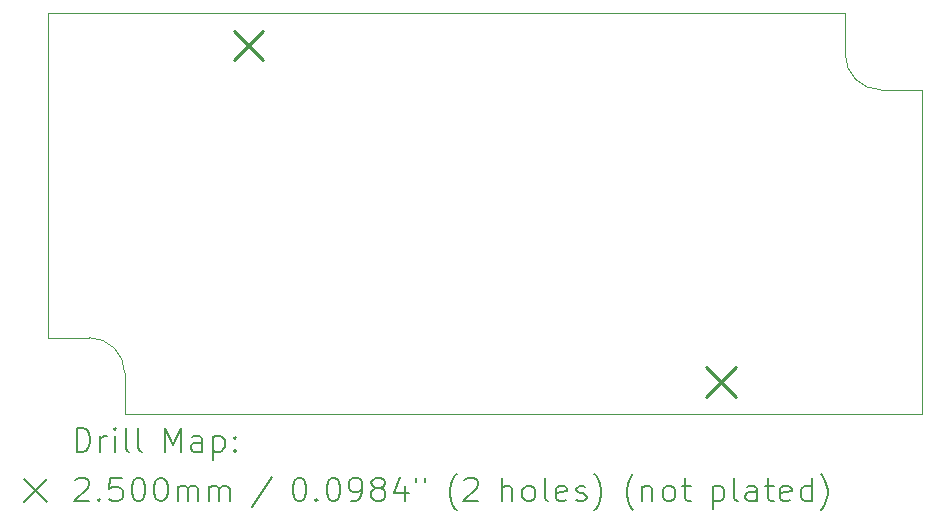
<source format=gbr>
%FSLAX45Y45*%
G04 Gerber Fmt 4.5, Leading zero omitted, Abs format (unit mm)*
G04 Created by KiCad (PCBNEW 6.99.0-unknown-455e330f3b~148~ubuntu20.04.1) date 2022-03-14 13:39:33*
%MOMM*%
%LPD*%
G01*
G04 APERTURE LIST*
%TA.AperFunction,Profile*%
%ADD10C,0.100000*%
%TD*%
%ADD11C,0.200000*%
%ADD12C,0.250000*%
G04 APERTURE END LIST*
D10*
X6750000Y3400000D02*
X6750000Y3050000D01*
X650000Y0D02*
X7400000Y0D01*
X6750000Y3050000D02*
G75*
G03*
X7050000Y2750000I300000J0D01*
G01*
X0Y650000D02*
X350000Y650000D01*
X7400000Y2750000D02*
X7100000Y2750000D01*
X7100000Y2750000D02*
X7050000Y2750000D01*
X6750000Y3400000D02*
X0Y3400000D01*
X650000Y0D02*
X650000Y350000D01*
X0Y3400000D02*
X0Y650000D01*
X7400000Y0D02*
X7400000Y2750000D01*
X650000Y350000D02*
G75*
G03*
X350000Y650000I-300000J0D01*
G01*
D11*
D12*
X1575000Y3250000D02*
X1825000Y3000000D01*
X1825000Y3250000D02*
X1575000Y3000000D01*
X5575000Y400000D02*
X5825000Y150000D01*
X5825000Y400000D02*
X5575000Y150000D01*
D11*
X242619Y-315476D02*
X242619Y-115476D01*
X242619Y-115476D02*
X290238Y-115476D01*
X290238Y-115476D02*
X318810Y-125000D01*
X318810Y-125000D02*
X337857Y-144048D01*
X337857Y-144048D02*
X347381Y-163095D01*
X347381Y-163095D02*
X356905Y-201190D01*
X356905Y-201190D02*
X356905Y-229762D01*
X356905Y-229762D02*
X347381Y-267857D01*
X347381Y-267857D02*
X337857Y-286905D01*
X337857Y-286905D02*
X318810Y-305952D01*
X318810Y-305952D02*
X290238Y-315476D01*
X290238Y-315476D02*
X242619Y-315476D01*
X442619Y-315476D02*
X442619Y-182143D01*
X442619Y-220238D02*
X452143Y-201190D01*
X452143Y-201190D02*
X461667Y-191667D01*
X461667Y-191667D02*
X480714Y-182143D01*
X480714Y-182143D02*
X499762Y-182143D01*
X566429Y-315476D02*
X566429Y-182143D01*
X566429Y-115476D02*
X556905Y-125000D01*
X556905Y-125000D02*
X566429Y-134524D01*
X566429Y-134524D02*
X575952Y-125000D01*
X575952Y-125000D02*
X566429Y-115476D01*
X566429Y-115476D02*
X566429Y-134524D01*
X690238Y-315476D02*
X671190Y-305952D01*
X671190Y-305952D02*
X661667Y-286905D01*
X661667Y-286905D02*
X661667Y-115476D01*
X795000Y-315476D02*
X775952Y-305952D01*
X775952Y-305952D02*
X766428Y-286905D01*
X766428Y-286905D02*
X766428Y-115476D01*
X991190Y-315476D02*
X991190Y-115476D01*
X991190Y-115476D02*
X1057857Y-258333D01*
X1057857Y-258333D02*
X1124524Y-115476D01*
X1124524Y-115476D02*
X1124524Y-315476D01*
X1305476Y-315476D02*
X1305476Y-210714D01*
X1305476Y-210714D02*
X1295952Y-191667D01*
X1295952Y-191667D02*
X1276905Y-182143D01*
X1276905Y-182143D02*
X1238809Y-182143D01*
X1238809Y-182143D02*
X1219762Y-191667D01*
X1305476Y-305952D02*
X1286429Y-315476D01*
X1286429Y-315476D02*
X1238809Y-315476D01*
X1238809Y-315476D02*
X1219762Y-305952D01*
X1219762Y-305952D02*
X1210238Y-286905D01*
X1210238Y-286905D02*
X1210238Y-267857D01*
X1210238Y-267857D02*
X1219762Y-248809D01*
X1219762Y-248809D02*
X1238809Y-239286D01*
X1238809Y-239286D02*
X1286429Y-239286D01*
X1286429Y-239286D02*
X1305476Y-229762D01*
X1400714Y-182143D02*
X1400714Y-382143D01*
X1400714Y-191667D02*
X1419762Y-182143D01*
X1419762Y-182143D02*
X1457857Y-182143D01*
X1457857Y-182143D02*
X1476905Y-191667D01*
X1476905Y-191667D02*
X1486428Y-201190D01*
X1486428Y-201190D02*
X1495952Y-220238D01*
X1495952Y-220238D02*
X1495952Y-277381D01*
X1495952Y-277381D02*
X1486428Y-296429D01*
X1486428Y-296429D02*
X1476905Y-305952D01*
X1476905Y-305952D02*
X1457857Y-315476D01*
X1457857Y-315476D02*
X1419762Y-315476D01*
X1419762Y-315476D02*
X1400714Y-305952D01*
X1581667Y-296429D02*
X1591190Y-305952D01*
X1591190Y-305952D02*
X1581667Y-315476D01*
X1581667Y-315476D02*
X1572143Y-305952D01*
X1572143Y-305952D02*
X1581667Y-296429D01*
X1581667Y-296429D02*
X1581667Y-315476D01*
X1581667Y-191667D02*
X1591190Y-201190D01*
X1591190Y-201190D02*
X1581667Y-210714D01*
X1581667Y-210714D02*
X1572143Y-201190D01*
X1572143Y-201190D02*
X1581667Y-191667D01*
X1581667Y-191667D02*
X1581667Y-210714D01*
X-205000Y-545000D02*
X-5000Y-745000D01*
X-5000Y-545000D02*
X-205000Y-745000D01*
X233095Y-554524D02*
X242619Y-545000D01*
X242619Y-545000D02*
X261667Y-535476D01*
X261667Y-535476D02*
X309286Y-535476D01*
X309286Y-535476D02*
X328333Y-545000D01*
X328333Y-545000D02*
X337857Y-554524D01*
X337857Y-554524D02*
X347381Y-573571D01*
X347381Y-573571D02*
X347381Y-592619D01*
X347381Y-592619D02*
X337857Y-621190D01*
X337857Y-621190D02*
X223571Y-735476D01*
X223571Y-735476D02*
X347381Y-735476D01*
X433095Y-716428D02*
X442619Y-725952D01*
X442619Y-725952D02*
X433095Y-735476D01*
X433095Y-735476D02*
X423571Y-725952D01*
X423571Y-725952D02*
X433095Y-716428D01*
X433095Y-716428D02*
X433095Y-735476D01*
X623571Y-535476D02*
X528333Y-535476D01*
X528333Y-535476D02*
X518809Y-630714D01*
X518809Y-630714D02*
X528333Y-621190D01*
X528333Y-621190D02*
X547381Y-611667D01*
X547381Y-611667D02*
X595000Y-611667D01*
X595000Y-611667D02*
X614048Y-621190D01*
X614048Y-621190D02*
X623571Y-630714D01*
X623571Y-630714D02*
X633095Y-649762D01*
X633095Y-649762D02*
X633095Y-697381D01*
X633095Y-697381D02*
X623571Y-716428D01*
X623571Y-716428D02*
X614048Y-725952D01*
X614048Y-725952D02*
X595000Y-735476D01*
X595000Y-735476D02*
X547381Y-735476D01*
X547381Y-735476D02*
X528333Y-725952D01*
X528333Y-725952D02*
X518809Y-716428D01*
X756905Y-535476D02*
X775952Y-535476D01*
X775952Y-535476D02*
X795000Y-545000D01*
X795000Y-545000D02*
X804524Y-554524D01*
X804524Y-554524D02*
X814048Y-573571D01*
X814048Y-573571D02*
X823571Y-611667D01*
X823571Y-611667D02*
X823571Y-659286D01*
X823571Y-659286D02*
X814048Y-697381D01*
X814048Y-697381D02*
X804524Y-716428D01*
X804524Y-716428D02*
X795000Y-725952D01*
X795000Y-725952D02*
X775952Y-735476D01*
X775952Y-735476D02*
X756905Y-735476D01*
X756905Y-735476D02*
X737857Y-725952D01*
X737857Y-725952D02*
X728333Y-716428D01*
X728333Y-716428D02*
X718809Y-697381D01*
X718809Y-697381D02*
X709286Y-659286D01*
X709286Y-659286D02*
X709286Y-611667D01*
X709286Y-611667D02*
X718809Y-573571D01*
X718809Y-573571D02*
X728333Y-554524D01*
X728333Y-554524D02*
X737857Y-545000D01*
X737857Y-545000D02*
X756905Y-535476D01*
X947381Y-535476D02*
X966429Y-535476D01*
X966429Y-535476D02*
X985476Y-545000D01*
X985476Y-545000D02*
X995000Y-554524D01*
X995000Y-554524D02*
X1004524Y-573571D01*
X1004524Y-573571D02*
X1014048Y-611667D01*
X1014048Y-611667D02*
X1014048Y-659286D01*
X1014048Y-659286D02*
X1004524Y-697381D01*
X1004524Y-697381D02*
X995000Y-716428D01*
X995000Y-716428D02*
X985476Y-725952D01*
X985476Y-725952D02*
X966429Y-735476D01*
X966429Y-735476D02*
X947381Y-735476D01*
X947381Y-735476D02*
X928333Y-725952D01*
X928333Y-725952D02*
X918809Y-716428D01*
X918809Y-716428D02*
X909286Y-697381D01*
X909286Y-697381D02*
X899762Y-659286D01*
X899762Y-659286D02*
X899762Y-611667D01*
X899762Y-611667D02*
X909286Y-573571D01*
X909286Y-573571D02*
X918809Y-554524D01*
X918809Y-554524D02*
X928333Y-545000D01*
X928333Y-545000D02*
X947381Y-535476D01*
X1099762Y-735476D02*
X1099762Y-602143D01*
X1099762Y-621190D02*
X1109286Y-611667D01*
X1109286Y-611667D02*
X1128333Y-602143D01*
X1128333Y-602143D02*
X1156905Y-602143D01*
X1156905Y-602143D02*
X1175952Y-611667D01*
X1175952Y-611667D02*
X1185476Y-630714D01*
X1185476Y-630714D02*
X1185476Y-735476D01*
X1185476Y-630714D02*
X1195000Y-611667D01*
X1195000Y-611667D02*
X1214048Y-602143D01*
X1214048Y-602143D02*
X1242619Y-602143D01*
X1242619Y-602143D02*
X1261667Y-611667D01*
X1261667Y-611667D02*
X1271191Y-630714D01*
X1271191Y-630714D02*
X1271191Y-735476D01*
X1366429Y-735476D02*
X1366429Y-602143D01*
X1366429Y-621190D02*
X1375952Y-611667D01*
X1375952Y-611667D02*
X1395000Y-602143D01*
X1395000Y-602143D02*
X1423571Y-602143D01*
X1423571Y-602143D02*
X1442619Y-611667D01*
X1442619Y-611667D02*
X1452143Y-630714D01*
X1452143Y-630714D02*
X1452143Y-735476D01*
X1452143Y-630714D02*
X1461667Y-611667D01*
X1461667Y-611667D02*
X1480714Y-602143D01*
X1480714Y-602143D02*
X1509286Y-602143D01*
X1509286Y-602143D02*
X1528333Y-611667D01*
X1528333Y-611667D02*
X1537857Y-630714D01*
X1537857Y-630714D02*
X1537857Y-735476D01*
X1895952Y-525952D02*
X1724524Y-783095D01*
X2120714Y-535476D02*
X2139762Y-535476D01*
X2139762Y-535476D02*
X2158810Y-545000D01*
X2158810Y-545000D02*
X2168333Y-554524D01*
X2168333Y-554524D02*
X2177857Y-573571D01*
X2177857Y-573571D02*
X2187381Y-611667D01*
X2187381Y-611667D02*
X2187381Y-659286D01*
X2187381Y-659286D02*
X2177857Y-697381D01*
X2177857Y-697381D02*
X2168333Y-716428D01*
X2168333Y-716428D02*
X2158810Y-725952D01*
X2158810Y-725952D02*
X2139762Y-735476D01*
X2139762Y-735476D02*
X2120714Y-735476D01*
X2120714Y-735476D02*
X2101667Y-725952D01*
X2101667Y-725952D02*
X2092143Y-716428D01*
X2092143Y-716428D02*
X2082619Y-697381D01*
X2082619Y-697381D02*
X2073095Y-659286D01*
X2073095Y-659286D02*
X2073095Y-611667D01*
X2073095Y-611667D02*
X2082619Y-573571D01*
X2082619Y-573571D02*
X2092143Y-554524D01*
X2092143Y-554524D02*
X2101667Y-545000D01*
X2101667Y-545000D02*
X2120714Y-535476D01*
X2273095Y-716428D02*
X2282619Y-725952D01*
X2282619Y-725952D02*
X2273095Y-735476D01*
X2273095Y-735476D02*
X2263572Y-725952D01*
X2263572Y-725952D02*
X2273095Y-716428D01*
X2273095Y-716428D02*
X2273095Y-735476D01*
X2406429Y-535476D02*
X2425476Y-535476D01*
X2425476Y-535476D02*
X2444524Y-545000D01*
X2444524Y-545000D02*
X2454048Y-554524D01*
X2454048Y-554524D02*
X2463572Y-573571D01*
X2463572Y-573571D02*
X2473095Y-611667D01*
X2473095Y-611667D02*
X2473095Y-659286D01*
X2473095Y-659286D02*
X2463572Y-697381D01*
X2463572Y-697381D02*
X2454048Y-716428D01*
X2454048Y-716428D02*
X2444524Y-725952D01*
X2444524Y-725952D02*
X2425476Y-735476D01*
X2425476Y-735476D02*
X2406429Y-735476D01*
X2406429Y-735476D02*
X2387381Y-725952D01*
X2387381Y-725952D02*
X2377857Y-716428D01*
X2377857Y-716428D02*
X2368333Y-697381D01*
X2368333Y-697381D02*
X2358810Y-659286D01*
X2358810Y-659286D02*
X2358810Y-611667D01*
X2358810Y-611667D02*
X2368333Y-573571D01*
X2368333Y-573571D02*
X2377857Y-554524D01*
X2377857Y-554524D02*
X2387381Y-545000D01*
X2387381Y-545000D02*
X2406429Y-535476D01*
X2568333Y-735476D02*
X2606429Y-735476D01*
X2606429Y-735476D02*
X2625476Y-725952D01*
X2625476Y-725952D02*
X2635000Y-716428D01*
X2635000Y-716428D02*
X2654048Y-687857D01*
X2654048Y-687857D02*
X2663572Y-649762D01*
X2663572Y-649762D02*
X2663572Y-573571D01*
X2663572Y-573571D02*
X2654048Y-554524D01*
X2654048Y-554524D02*
X2644524Y-545000D01*
X2644524Y-545000D02*
X2625476Y-535476D01*
X2625476Y-535476D02*
X2587381Y-535476D01*
X2587381Y-535476D02*
X2568333Y-545000D01*
X2568333Y-545000D02*
X2558810Y-554524D01*
X2558810Y-554524D02*
X2549286Y-573571D01*
X2549286Y-573571D02*
X2549286Y-621190D01*
X2549286Y-621190D02*
X2558810Y-640238D01*
X2558810Y-640238D02*
X2568333Y-649762D01*
X2568333Y-649762D02*
X2587381Y-659286D01*
X2587381Y-659286D02*
X2625476Y-659286D01*
X2625476Y-659286D02*
X2644524Y-649762D01*
X2644524Y-649762D02*
X2654048Y-640238D01*
X2654048Y-640238D02*
X2663572Y-621190D01*
X2777857Y-621190D02*
X2758810Y-611667D01*
X2758810Y-611667D02*
X2749286Y-602143D01*
X2749286Y-602143D02*
X2739762Y-583095D01*
X2739762Y-583095D02*
X2739762Y-573571D01*
X2739762Y-573571D02*
X2749286Y-554524D01*
X2749286Y-554524D02*
X2758810Y-545000D01*
X2758810Y-545000D02*
X2777857Y-535476D01*
X2777857Y-535476D02*
X2815952Y-535476D01*
X2815952Y-535476D02*
X2835000Y-545000D01*
X2835000Y-545000D02*
X2844524Y-554524D01*
X2844524Y-554524D02*
X2854048Y-573571D01*
X2854048Y-573571D02*
X2854048Y-583095D01*
X2854048Y-583095D02*
X2844524Y-602143D01*
X2844524Y-602143D02*
X2835000Y-611667D01*
X2835000Y-611667D02*
X2815952Y-621190D01*
X2815952Y-621190D02*
X2777857Y-621190D01*
X2777857Y-621190D02*
X2758810Y-630714D01*
X2758810Y-630714D02*
X2749286Y-640238D01*
X2749286Y-640238D02*
X2739762Y-659286D01*
X2739762Y-659286D02*
X2739762Y-697381D01*
X2739762Y-697381D02*
X2749286Y-716428D01*
X2749286Y-716428D02*
X2758810Y-725952D01*
X2758810Y-725952D02*
X2777857Y-735476D01*
X2777857Y-735476D02*
X2815952Y-735476D01*
X2815952Y-735476D02*
X2835000Y-725952D01*
X2835000Y-725952D02*
X2844524Y-716428D01*
X2844524Y-716428D02*
X2854048Y-697381D01*
X2854048Y-697381D02*
X2854048Y-659286D01*
X2854048Y-659286D02*
X2844524Y-640238D01*
X2844524Y-640238D02*
X2835000Y-630714D01*
X2835000Y-630714D02*
X2815952Y-621190D01*
X3025476Y-602143D02*
X3025476Y-735476D01*
X2977857Y-525952D02*
X2930238Y-668810D01*
X2930238Y-668810D02*
X3054048Y-668810D01*
X3120714Y-535476D02*
X3120714Y-573571D01*
X3196905Y-535476D02*
X3196905Y-573571D01*
X3459762Y-811667D02*
X3450238Y-802143D01*
X3450238Y-802143D02*
X3431191Y-773571D01*
X3431191Y-773571D02*
X3421667Y-754524D01*
X3421667Y-754524D02*
X3412143Y-725952D01*
X3412143Y-725952D02*
X3402619Y-678333D01*
X3402619Y-678333D02*
X3402619Y-640238D01*
X3402619Y-640238D02*
X3412143Y-592619D01*
X3412143Y-592619D02*
X3421667Y-564048D01*
X3421667Y-564048D02*
X3431191Y-545000D01*
X3431191Y-545000D02*
X3450238Y-516428D01*
X3450238Y-516428D02*
X3459762Y-506905D01*
X3526429Y-554524D02*
X3535952Y-545000D01*
X3535952Y-545000D02*
X3555000Y-535476D01*
X3555000Y-535476D02*
X3602619Y-535476D01*
X3602619Y-535476D02*
X3621667Y-545000D01*
X3621667Y-545000D02*
X3631191Y-554524D01*
X3631191Y-554524D02*
X3640714Y-573571D01*
X3640714Y-573571D02*
X3640714Y-592619D01*
X3640714Y-592619D02*
X3631191Y-621190D01*
X3631191Y-621190D02*
X3516905Y-735476D01*
X3516905Y-735476D02*
X3640714Y-735476D01*
X3846429Y-735476D02*
X3846429Y-535476D01*
X3932143Y-735476D02*
X3932143Y-630714D01*
X3932143Y-630714D02*
X3922619Y-611667D01*
X3922619Y-611667D02*
X3903572Y-602143D01*
X3903572Y-602143D02*
X3875000Y-602143D01*
X3875000Y-602143D02*
X3855952Y-611667D01*
X3855952Y-611667D02*
X3846429Y-621190D01*
X4055952Y-735476D02*
X4036905Y-725952D01*
X4036905Y-725952D02*
X4027381Y-716428D01*
X4027381Y-716428D02*
X4017857Y-697381D01*
X4017857Y-697381D02*
X4017857Y-640238D01*
X4017857Y-640238D02*
X4027381Y-621190D01*
X4027381Y-621190D02*
X4036905Y-611667D01*
X4036905Y-611667D02*
X4055952Y-602143D01*
X4055952Y-602143D02*
X4084524Y-602143D01*
X4084524Y-602143D02*
X4103572Y-611667D01*
X4103572Y-611667D02*
X4113095Y-621190D01*
X4113095Y-621190D02*
X4122619Y-640238D01*
X4122619Y-640238D02*
X4122619Y-697381D01*
X4122619Y-697381D02*
X4113095Y-716428D01*
X4113095Y-716428D02*
X4103572Y-725952D01*
X4103572Y-725952D02*
X4084524Y-735476D01*
X4084524Y-735476D02*
X4055952Y-735476D01*
X4236905Y-735476D02*
X4217857Y-725952D01*
X4217857Y-725952D02*
X4208334Y-706905D01*
X4208334Y-706905D02*
X4208334Y-535476D01*
X4389286Y-725952D02*
X4370238Y-735476D01*
X4370238Y-735476D02*
X4332143Y-735476D01*
X4332143Y-735476D02*
X4313095Y-725952D01*
X4313095Y-725952D02*
X4303572Y-706905D01*
X4303572Y-706905D02*
X4303572Y-630714D01*
X4303572Y-630714D02*
X4313095Y-611667D01*
X4313095Y-611667D02*
X4332143Y-602143D01*
X4332143Y-602143D02*
X4370238Y-602143D01*
X4370238Y-602143D02*
X4389286Y-611667D01*
X4389286Y-611667D02*
X4398810Y-630714D01*
X4398810Y-630714D02*
X4398810Y-649762D01*
X4398810Y-649762D02*
X4303572Y-668810D01*
X4475000Y-725952D02*
X4494048Y-735476D01*
X4494048Y-735476D02*
X4532143Y-735476D01*
X4532143Y-735476D02*
X4551191Y-725952D01*
X4551191Y-725952D02*
X4560715Y-706905D01*
X4560715Y-706905D02*
X4560715Y-697381D01*
X4560715Y-697381D02*
X4551191Y-678333D01*
X4551191Y-678333D02*
X4532143Y-668810D01*
X4532143Y-668810D02*
X4503572Y-668810D01*
X4503572Y-668810D02*
X4484524Y-659286D01*
X4484524Y-659286D02*
X4475000Y-640238D01*
X4475000Y-640238D02*
X4475000Y-630714D01*
X4475000Y-630714D02*
X4484524Y-611667D01*
X4484524Y-611667D02*
X4503572Y-602143D01*
X4503572Y-602143D02*
X4532143Y-602143D01*
X4532143Y-602143D02*
X4551191Y-611667D01*
X4627381Y-811667D02*
X4636905Y-802143D01*
X4636905Y-802143D02*
X4655953Y-773571D01*
X4655953Y-773571D02*
X4665476Y-754524D01*
X4665476Y-754524D02*
X4675000Y-725952D01*
X4675000Y-725952D02*
X4684524Y-678333D01*
X4684524Y-678333D02*
X4684524Y-640238D01*
X4684524Y-640238D02*
X4675000Y-592619D01*
X4675000Y-592619D02*
X4665476Y-564048D01*
X4665476Y-564048D02*
X4655953Y-545000D01*
X4655953Y-545000D02*
X4636905Y-516428D01*
X4636905Y-516428D02*
X4627381Y-506905D01*
X4956905Y-811667D02*
X4947381Y-802143D01*
X4947381Y-802143D02*
X4928334Y-773571D01*
X4928334Y-773571D02*
X4918810Y-754524D01*
X4918810Y-754524D02*
X4909286Y-725952D01*
X4909286Y-725952D02*
X4899762Y-678333D01*
X4899762Y-678333D02*
X4899762Y-640238D01*
X4899762Y-640238D02*
X4909286Y-592619D01*
X4909286Y-592619D02*
X4918810Y-564048D01*
X4918810Y-564048D02*
X4928334Y-545000D01*
X4928334Y-545000D02*
X4947381Y-516428D01*
X4947381Y-516428D02*
X4956905Y-506905D01*
X5033095Y-602143D02*
X5033095Y-735476D01*
X5033095Y-621190D02*
X5042619Y-611667D01*
X5042619Y-611667D02*
X5061667Y-602143D01*
X5061667Y-602143D02*
X5090238Y-602143D01*
X5090238Y-602143D02*
X5109286Y-611667D01*
X5109286Y-611667D02*
X5118810Y-630714D01*
X5118810Y-630714D02*
X5118810Y-735476D01*
X5242619Y-735476D02*
X5223572Y-725952D01*
X5223572Y-725952D02*
X5214048Y-716428D01*
X5214048Y-716428D02*
X5204524Y-697381D01*
X5204524Y-697381D02*
X5204524Y-640238D01*
X5204524Y-640238D02*
X5214048Y-621190D01*
X5214048Y-621190D02*
X5223572Y-611667D01*
X5223572Y-611667D02*
X5242619Y-602143D01*
X5242619Y-602143D02*
X5271191Y-602143D01*
X5271191Y-602143D02*
X5290238Y-611667D01*
X5290238Y-611667D02*
X5299762Y-621190D01*
X5299762Y-621190D02*
X5309286Y-640238D01*
X5309286Y-640238D02*
X5309286Y-697381D01*
X5309286Y-697381D02*
X5299762Y-716428D01*
X5299762Y-716428D02*
X5290238Y-725952D01*
X5290238Y-725952D02*
X5271191Y-735476D01*
X5271191Y-735476D02*
X5242619Y-735476D01*
X5366429Y-602143D02*
X5442619Y-602143D01*
X5395000Y-535476D02*
X5395000Y-706905D01*
X5395000Y-706905D02*
X5404524Y-725952D01*
X5404524Y-725952D02*
X5423572Y-735476D01*
X5423572Y-735476D02*
X5442619Y-735476D01*
X5629286Y-602143D02*
X5629286Y-802143D01*
X5629286Y-611667D02*
X5648333Y-602143D01*
X5648333Y-602143D02*
X5686429Y-602143D01*
X5686429Y-602143D02*
X5705476Y-611667D01*
X5705476Y-611667D02*
X5715000Y-621190D01*
X5715000Y-621190D02*
X5724524Y-640238D01*
X5724524Y-640238D02*
X5724524Y-697381D01*
X5724524Y-697381D02*
X5715000Y-716428D01*
X5715000Y-716428D02*
X5705476Y-725952D01*
X5705476Y-725952D02*
X5686429Y-735476D01*
X5686429Y-735476D02*
X5648333Y-735476D01*
X5648333Y-735476D02*
X5629286Y-725952D01*
X5838810Y-735476D02*
X5819762Y-725952D01*
X5819762Y-725952D02*
X5810238Y-706905D01*
X5810238Y-706905D02*
X5810238Y-535476D01*
X6000714Y-735476D02*
X6000714Y-630714D01*
X6000714Y-630714D02*
X5991191Y-611667D01*
X5991191Y-611667D02*
X5972143Y-602143D01*
X5972143Y-602143D02*
X5934048Y-602143D01*
X5934048Y-602143D02*
X5915000Y-611667D01*
X6000714Y-725952D02*
X5981667Y-735476D01*
X5981667Y-735476D02*
X5934048Y-735476D01*
X5934048Y-735476D02*
X5915000Y-725952D01*
X5915000Y-725952D02*
X5905476Y-706905D01*
X5905476Y-706905D02*
X5905476Y-687857D01*
X5905476Y-687857D02*
X5915000Y-668810D01*
X5915000Y-668810D02*
X5934048Y-659286D01*
X5934048Y-659286D02*
X5981667Y-659286D01*
X5981667Y-659286D02*
X6000714Y-649762D01*
X6067381Y-602143D02*
X6143572Y-602143D01*
X6095953Y-535476D02*
X6095953Y-706905D01*
X6095953Y-706905D02*
X6105476Y-725952D01*
X6105476Y-725952D02*
X6124524Y-735476D01*
X6124524Y-735476D02*
X6143572Y-735476D01*
X6286429Y-725952D02*
X6267381Y-735476D01*
X6267381Y-735476D02*
X6229286Y-735476D01*
X6229286Y-735476D02*
X6210238Y-725952D01*
X6210238Y-725952D02*
X6200714Y-706905D01*
X6200714Y-706905D02*
X6200714Y-630714D01*
X6200714Y-630714D02*
X6210238Y-611667D01*
X6210238Y-611667D02*
X6229286Y-602143D01*
X6229286Y-602143D02*
X6267381Y-602143D01*
X6267381Y-602143D02*
X6286429Y-611667D01*
X6286429Y-611667D02*
X6295953Y-630714D01*
X6295953Y-630714D02*
X6295953Y-649762D01*
X6295953Y-649762D02*
X6200714Y-668810D01*
X6467381Y-735476D02*
X6467381Y-535476D01*
X6467381Y-725952D02*
X6448334Y-735476D01*
X6448334Y-735476D02*
X6410238Y-735476D01*
X6410238Y-735476D02*
X6391191Y-725952D01*
X6391191Y-725952D02*
X6381667Y-716428D01*
X6381667Y-716428D02*
X6372143Y-697381D01*
X6372143Y-697381D02*
X6372143Y-640238D01*
X6372143Y-640238D02*
X6381667Y-621190D01*
X6381667Y-621190D02*
X6391191Y-611667D01*
X6391191Y-611667D02*
X6410238Y-602143D01*
X6410238Y-602143D02*
X6448334Y-602143D01*
X6448334Y-602143D02*
X6467381Y-611667D01*
X6543572Y-811667D02*
X6553095Y-802143D01*
X6553095Y-802143D02*
X6572143Y-773571D01*
X6572143Y-773571D02*
X6581667Y-754524D01*
X6581667Y-754524D02*
X6591191Y-725952D01*
X6591191Y-725952D02*
X6600714Y-678333D01*
X6600714Y-678333D02*
X6600714Y-640238D01*
X6600714Y-640238D02*
X6591191Y-592619D01*
X6591191Y-592619D02*
X6581667Y-564048D01*
X6581667Y-564048D02*
X6572143Y-545000D01*
X6572143Y-545000D02*
X6553095Y-516428D01*
X6553095Y-516428D02*
X6543572Y-506905D01*
M02*

</source>
